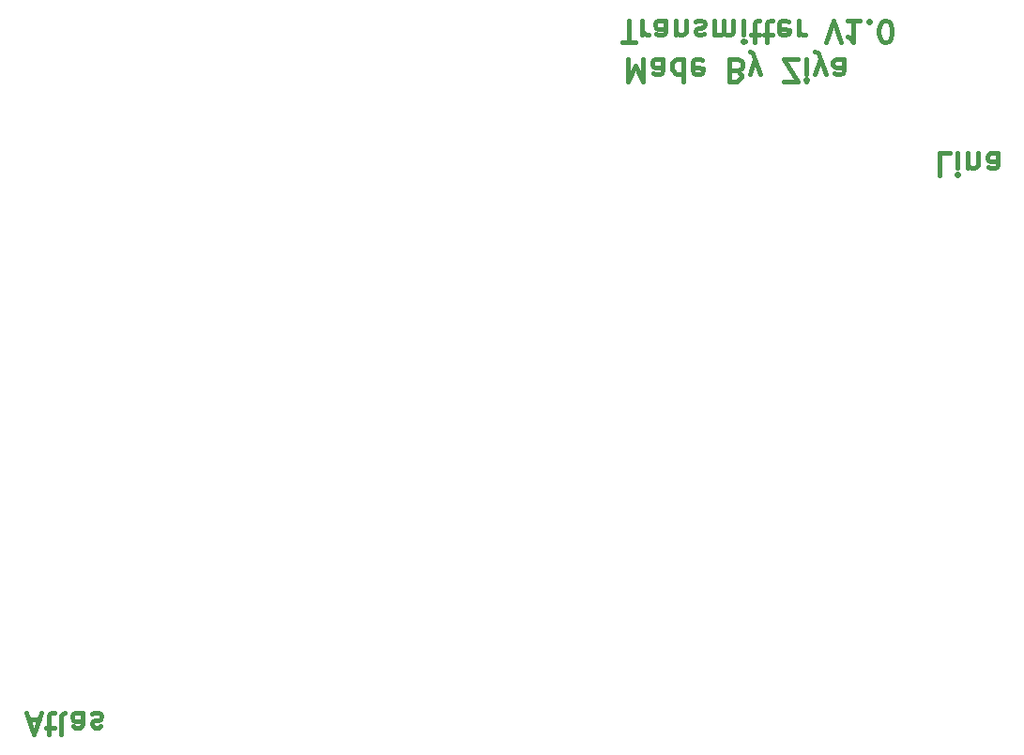
<source format=gbr>
G04 #@! TF.GenerationSoftware,KiCad,Pcbnew,(5.1.5)-3*
G04 #@! TF.CreationDate,2020-05-01T16:43:27+03:00*
G04 #@! TF.ProjectId,Transmitter,5472616e-736d-4697-9474-65722e6b6963,rev?*
G04 #@! TF.SameCoordinates,Original*
G04 #@! TF.FileFunction,Other,ECO2*
%FSLAX46Y46*%
G04 Gerber Fmt 4.6, Leading zero omitted, Abs format (unit mm)*
G04 Created by KiCad (PCBNEW (5.1.5)-3) date 2020-05-01 16:43:27*
%MOMM*%
%LPD*%
G04 APERTURE LIST*
%ADD10C,0.400000*%
G04 APERTURE END LIST*
D10*
X100714285Y-129666666D02*
X101666666Y-129666666D01*
X100523809Y-129095238D02*
X101190476Y-131095238D01*
X101857142Y-129095238D01*
X102238095Y-130428571D02*
X103000000Y-130428571D01*
X102523809Y-131095238D02*
X102523809Y-129380952D01*
X102619047Y-129190476D01*
X102809523Y-129095238D01*
X103000000Y-129095238D01*
X103952380Y-129095238D02*
X103761904Y-129190476D01*
X103666666Y-129380952D01*
X103666666Y-131095238D01*
X105571428Y-129095238D02*
X105571428Y-130142857D01*
X105476190Y-130333333D01*
X105285714Y-130428571D01*
X104904761Y-130428571D01*
X104714285Y-130333333D01*
X105571428Y-129190476D02*
X105380952Y-129095238D01*
X104904761Y-129095238D01*
X104714285Y-129190476D01*
X104619047Y-129380952D01*
X104619047Y-129571428D01*
X104714285Y-129761904D01*
X104904761Y-129857142D01*
X105380952Y-129857142D01*
X105571428Y-129952380D01*
X106428571Y-129190476D02*
X106619047Y-129095238D01*
X107000000Y-129095238D01*
X107190476Y-129190476D01*
X107285714Y-129380952D01*
X107285714Y-129476190D01*
X107190476Y-129666666D01*
X107000000Y-129761904D01*
X106714285Y-129761904D01*
X106523809Y-129857142D01*
X106428571Y-130047619D01*
X106428571Y-130142857D01*
X106523809Y-130333333D01*
X106714285Y-130428571D01*
X107000000Y-130428571D01*
X107190476Y-130333333D01*
X183833333Y-78595238D02*
X182880952Y-78595238D01*
X182880952Y-80595238D01*
X184500000Y-78595238D02*
X184500000Y-79928571D01*
X184500000Y-80595238D02*
X184404761Y-80500000D01*
X184500000Y-80404761D01*
X184595238Y-80500000D01*
X184500000Y-80595238D01*
X184500000Y-80404761D01*
X185452380Y-79928571D02*
X185452380Y-78595238D01*
X185452380Y-79738095D02*
X185547619Y-79833333D01*
X185738095Y-79928571D01*
X186023809Y-79928571D01*
X186214285Y-79833333D01*
X186309523Y-79642857D01*
X186309523Y-78595238D01*
X188119047Y-78595238D02*
X188119047Y-79642857D01*
X188023809Y-79833333D01*
X187833333Y-79928571D01*
X187452380Y-79928571D01*
X187261904Y-79833333D01*
X188119047Y-78690476D02*
X187928571Y-78595238D01*
X187452380Y-78595238D01*
X187261904Y-78690476D01*
X187166666Y-78880952D01*
X187166666Y-79071428D01*
X187261904Y-79261904D01*
X187452380Y-79357142D01*
X187928571Y-79357142D01*
X188119047Y-79452380D01*
X154785714Y-70095238D02*
X154785714Y-72095238D01*
X155452380Y-70666666D01*
X156119047Y-72095238D01*
X156119047Y-70095238D01*
X157928571Y-70095238D02*
X157928571Y-71142857D01*
X157833333Y-71333333D01*
X157642857Y-71428571D01*
X157261904Y-71428571D01*
X157071428Y-71333333D01*
X157928571Y-70190476D02*
X157738095Y-70095238D01*
X157261904Y-70095238D01*
X157071428Y-70190476D01*
X156976190Y-70380952D01*
X156976190Y-70571428D01*
X157071428Y-70761904D01*
X157261904Y-70857142D01*
X157738095Y-70857142D01*
X157928571Y-70952380D01*
X159738095Y-70095238D02*
X159738095Y-72095238D01*
X159738095Y-70190476D02*
X159547619Y-70095238D01*
X159166666Y-70095238D01*
X158976190Y-70190476D01*
X158880952Y-70285714D01*
X158785714Y-70476190D01*
X158785714Y-71047619D01*
X158880952Y-71238095D01*
X158976190Y-71333333D01*
X159166666Y-71428571D01*
X159547619Y-71428571D01*
X159738095Y-71333333D01*
X161452380Y-70190476D02*
X161261904Y-70095238D01*
X160880952Y-70095238D01*
X160690476Y-70190476D01*
X160595238Y-70380952D01*
X160595238Y-71142857D01*
X160690476Y-71333333D01*
X160880952Y-71428571D01*
X161261904Y-71428571D01*
X161452380Y-71333333D01*
X161547619Y-71142857D01*
X161547619Y-70952380D01*
X160595238Y-70761904D01*
X164595238Y-71142857D02*
X164880952Y-71047619D01*
X164976190Y-70952380D01*
X165071428Y-70761904D01*
X165071428Y-70476190D01*
X164976190Y-70285714D01*
X164880952Y-70190476D01*
X164690476Y-70095238D01*
X163928571Y-70095238D01*
X163928571Y-72095238D01*
X164595238Y-72095238D01*
X164785714Y-72000000D01*
X164880952Y-71904761D01*
X164976190Y-71714285D01*
X164976190Y-71523809D01*
X164880952Y-71333333D01*
X164785714Y-71238095D01*
X164595238Y-71142857D01*
X163928571Y-71142857D01*
X165738095Y-71428571D02*
X166214285Y-70095238D01*
X166690476Y-71428571D02*
X166214285Y-70095238D01*
X166023809Y-69619047D01*
X165928571Y-69523809D01*
X165738095Y-69428571D01*
X168785714Y-72095238D02*
X170119047Y-72095238D01*
X168785714Y-70095238D01*
X170119047Y-70095238D01*
X170880952Y-70095238D02*
X170880952Y-71428571D01*
X170880952Y-72095238D02*
X170785714Y-72000000D01*
X170880952Y-71904761D01*
X170976190Y-72000000D01*
X170880952Y-72095238D01*
X170880952Y-71904761D01*
X171642857Y-71428571D02*
X172119047Y-70095238D01*
X172595238Y-71428571D02*
X172119047Y-70095238D01*
X171928571Y-69619047D01*
X171833333Y-69523809D01*
X171642857Y-69428571D01*
X174214285Y-70095238D02*
X174214285Y-71142857D01*
X174119047Y-71333333D01*
X173928571Y-71428571D01*
X173547619Y-71428571D01*
X173357142Y-71333333D01*
X174214285Y-70190476D02*
X174023809Y-70095238D01*
X173547619Y-70095238D01*
X173357142Y-70190476D01*
X173261904Y-70380952D01*
X173261904Y-70571428D01*
X173357142Y-70761904D01*
X173547619Y-70857142D01*
X174023809Y-70857142D01*
X174214285Y-70952380D01*
X154261904Y-68595238D02*
X155404761Y-68595238D01*
X154833333Y-66595238D02*
X154833333Y-68595238D01*
X156071428Y-66595238D02*
X156071428Y-67928571D01*
X156071428Y-67547619D02*
X156166666Y-67738095D01*
X156261904Y-67833333D01*
X156452380Y-67928571D01*
X156642857Y-67928571D01*
X158166666Y-66595238D02*
X158166666Y-67642857D01*
X158071428Y-67833333D01*
X157880952Y-67928571D01*
X157500000Y-67928571D01*
X157309523Y-67833333D01*
X158166666Y-66690476D02*
X157976190Y-66595238D01*
X157500000Y-66595238D01*
X157309523Y-66690476D01*
X157214285Y-66880952D01*
X157214285Y-67071428D01*
X157309523Y-67261904D01*
X157500000Y-67357142D01*
X157976190Y-67357142D01*
X158166666Y-67452380D01*
X159119047Y-67928571D02*
X159119047Y-66595238D01*
X159119047Y-67738095D02*
X159214285Y-67833333D01*
X159404761Y-67928571D01*
X159690476Y-67928571D01*
X159880952Y-67833333D01*
X159976190Y-67642857D01*
X159976190Y-66595238D01*
X160833333Y-66690476D02*
X161023809Y-66595238D01*
X161404761Y-66595238D01*
X161595238Y-66690476D01*
X161690476Y-66880952D01*
X161690476Y-66976190D01*
X161595238Y-67166666D01*
X161404761Y-67261904D01*
X161119047Y-67261904D01*
X160928571Y-67357142D01*
X160833333Y-67547619D01*
X160833333Y-67642857D01*
X160928571Y-67833333D01*
X161119047Y-67928571D01*
X161404761Y-67928571D01*
X161595238Y-67833333D01*
X162547619Y-66595238D02*
X162547619Y-67928571D01*
X162547619Y-67738095D02*
X162642857Y-67833333D01*
X162833333Y-67928571D01*
X163119047Y-67928571D01*
X163309523Y-67833333D01*
X163404761Y-67642857D01*
X163404761Y-66595238D01*
X163404761Y-67642857D02*
X163500000Y-67833333D01*
X163690476Y-67928571D01*
X163976190Y-67928571D01*
X164166666Y-67833333D01*
X164261904Y-67642857D01*
X164261904Y-66595238D01*
X165214285Y-66595238D02*
X165214285Y-67928571D01*
X165214285Y-68595238D02*
X165119047Y-68500000D01*
X165214285Y-68404761D01*
X165309523Y-68500000D01*
X165214285Y-68595238D01*
X165214285Y-68404761D01*
X165880952Y-67928571D02*
X166642857Y-67928571D01*
X166166666Y-68595238D02*
X166166666Y-66880952D01*
X166261904Y-66690476D01*
X166452380Y-66595238D01*
X166642857Y-66595238D01*
X167023809Y-67928571D02*
X167785714Y-67928571D01*
X167309523Y-68595238D02*
X167309523Y-66880952D01*
X167404761Y-66690476D01*
X167595238Y-66595238D01*
X167785714Y-66595238D01*
X169214285Y-66690476D02*
X169023809Y-66595238D01*
X168642857Y-66595238D01*
X168452380Y-66690476D01*
X168357142Y-66880952D01*
X168357142Y-67642857D01*
X168452380Y-67833333D01*
X168642857Y-67928571D01*
X169023809Y-67928571D01*
X169214285Y-67833333D01*
X169309523Y-67642857D01*
X169309523Y-67452380D01*
X168357142Y-67261904D01*
X170166666Y-66595238D02*
X170166666Y-67928571D01*
X170166666Y-67547619D02*
X170261904Y-67738095D01*
X170357142Y-67833333D01*
X170547619Y-67928571D01*
X170738095Y-67928571D01*
X172642857Y-68595238D02*
X173309523Y-66595238D01*
X173976190Y-68595238D01*
X175690476Y-66595238D02*
X174547619Y-66595238D01*
X175119047Y-66595238D02*
X175119047Y-68595238D01*
X174928571Y-68309523D01*
X174738095Y-68119047D01*
X174547619Y-68023809D01*
X176547619Y-66785714D02*
X176642857Y-66690476D01*
X176547619Y-66595238D01*
X176452380Y-66690476D01*
X176547619Y-66785714D01*
X176547619Y-66595238D01*
X177880952Y-68595238D02*
X178071428Y-68595238D01*
X178261904Y-68500000D01*
X178357142Y-68404761D01*
X178452380Y-68214285D01*
X178547619Y-67833333D01*
X178547619Y-67357142D01*
X178452380Y-66976190D01*
X178357142Y-66785714D01*
X178261904Y-66690476D01*
X178071428Y-66595238D01*
X177880952Y-66595238D01*
X177690476Y-66690476D01*
X177595238Y-66785714D01*
X177500000Y-66976190D01*
X177404761Y-67357142D01*
X177404761Y-67833333D01*
X177500000Y-68214285D01*
X177595238Y-68404761D01*
X177690476Y-68500000D01*
X177880952Y-68595238D01*
M02*

</source>
